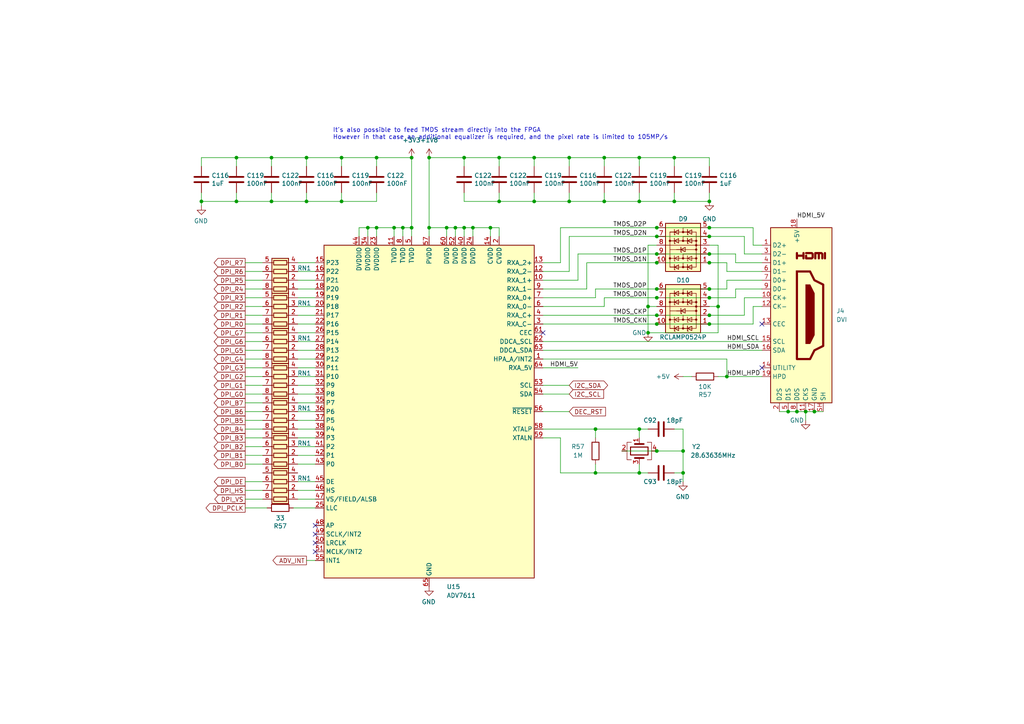
<source format=kicad_sch>
(kicad_sch (version 20230121) (generator eeschema)
  (paper "A4")
  (lib_symbols
    (symbol "Connector:HDMI_A"
      (property "Reference" "J" (at -6.35 26.67 0))
      (property "Value" "HDMI_A" (at 10.16 26.67 0))
      (symbol "HDMI_A_0_0"
        (polyline (pts (xy 8.128 16.51) (xy 8.128 18.034)) (stroke (width 0.635)))
        (polyline (pts (xy 0 16.51) (xy 0 18.034) (xy 0 17.272) (xy 1.905 17.272) (xy 1.905 18.034) (xy 1.905 16.51)) (stroke (width 0.635)))
        (polyline (pts (xy 2.667 18.034) (xy 4.318 18.034) (xy 4.572 17.78) (xy 4.572 16.764) (xy 4.318 16.51) (xy 2.667 16.51) (xy 2.667 17.272)) (stroke (width 0.635)))
      )
      (symbol "HDMI_A_0_1"
        (rectangle (start -7.62 25.4) (end 10.16 -25.4) (stroke (width 0.254)) (fill (type background)))
        (polyline (pts (xy 2.54 8.89) (xy 3.81 8.89) (xy 5.08 6.35) (xy 5.08 -5.715) (xy 3.81 -8.255) (xy 2.54 -8.255) (xy 2.54 8.89)) (fill (type outline)))
        (polyline (pts (xy 5.334 16.51) (xy 5.334 18.034) (xy 6.35 18.034) (xy 6.35 16.51) (xy 6.35 18.034) (xy 7.112 18.034) (xy 7.366 17.78) (xy 7.366 16.51)) (stroke (width 0.635)))
        (polyline (pts (xy 0 12.7) (xy 0 -12.7) (xy 3.81 -12.7) (xy 5.08 -10.16) (xy 7.62 -8.89) (xy 7.62 8.89) (xy 5.08 10.16) (xy 3.81 12.7) (xy 0 12.7)) (stroke (width 0.635)))
      )
      (symbol "HDMI_A_1_1"
        (pin passive line (at -10.16 20.32 0) (length 2.54) (name "D2+") (number "1"))
        (pin passive line (at -10.16 5.08 0) (length 2.54) (name "CK+") (number "10"))
        (pin power_in line (at 2.54 -27.94 90) (length 2.54) (name "CKS") (number "11"))
        (pin passive line (at -10.16 2.54 0) (length 2.54) (name "CK-") (number "12"))
        (pin bidirectional line (at -10.16 -2.54 0) (length 2.54) (name "CEC") (number "13"))
        (pin passive line (at -10.16 -15.24 0) (length 2.54) (name "UTILITY") (number "14"))
        (pin passive line (at -10.16 -7.62 0) (length 2.54) (name "SCL") (number "15"))
        (pin bidirectional line (at -10.16 -10.16 0) (length 2.54) (name "SDA") (number "16"))
        (pin power_in line (at 5.08 -27.94 90) (length 2.54) (name "GND") (number "17"))
        (pin power_in line (at 0 27.94 270) (length 2.54) (name "+5V") (number "18"))
        (pin passive line (at -10.16 -17.78 0) (length 2.54) (name "HPD") (number "19"))
        (pin power_in line (at -5.08 -27.94 90) (length 2.54) (name "D2S") (number "2"))
        (pin passive line (at -10.16 17.78 0) (length 2.54) (name "D2-") (number "3"))
        (pin passive line (at -10.16 15.24 0) (length 2.54) (name "D1+") (number "4"))
        (pin power_in line (at -2.54 -27.94 90) (length 2.54) (name "D1S") (number "5"))
        (pin passive line (at -10.16 12.7 0) (length 2.54) (name "D1-") (number "6"))
        (pin passive line (at -10.16 10.16 0) (length 2.54) (name "D0+") (number "7"))
        (pin power_in line (at 0 -27.94 90) (length 2.54) (name "D0S") (number "8"))
        (pin passive line (at -10.16 7.62 0) (length 2.54) (name "D0-") (number "9"))
        (pin passive line (at 7.62 -27.94 90) (length 2.54) (name "SH") (number "SH"))
      )
    )
    (symbol "Device:C" (pin_numbers hide) (pin_names (offset 0.254))
      (property "Reference" "C" (at 0.635 2.54 0))
      (property "Value" "C" (at 0.635 -2.54 0))
      (symbol "C_0_1"
        (polyline (pts (xy -2.032 -0.762) (xy 2.032 -0.762)) (stroke (width 0.508)))
        (polyline (pts (xy -2.032 0.762) (xy 2.032 0.762)) (stroke (width 0.508)))
      )
      (symbol "C_1_1"
        (pin passive line (at 0 3.81 270) (length 2.794) (name "~") (number "1"))
        (pin passive line (at 0 -3.81 90) (length 2.794) (name "~") (number "2"))
      )
    )
    (symbol "Device:Crystal_GND24" (pin_names (offset 1.016) hide)
      (property "Reference" "Y" (at 3.175 5.08 0))
      (property "Value" "Crystal_GND24" (at 3.175 3.175 0))
      (symbol "Crystal_GND24_0_1"
        (rectangle (start -1.143 2.54) (end 1.143 -2.54) (stroke (width 0.3048)))
        (polyline (pts (xy -2.54 0) (xy -2.032 0)))
        (polyline (pts (xy -2.032 -1.27) (xy -2.032 1.27)) (stroke (width 0.508)))
        (polyline (pts (xy 0 -3.81) (xy 0 -3.556)))
        (polyline (pts (xy 0 3.556) (xy 0 3.81)))
        (polyline (pts (xy 2.032 -1.27) (xy 2.032 1.27)) (stroke (width 0.508)))
        (polyline (pts (xy 2.032 0) (xy 2.54 0)))
        (polyline (pts (xy -2.54 -2.286) (xy -2.54 -3.556) (xy 2.54 -3.556) (xy 2.54 -2.286)))
        (polyline (pts (xy -2.54 2.286) (xy -2.54 3.556) (xy 2.54 3.556) (xy 2.54 2.286)))
      )
      (symbol "Crystal_GND24_1_1"
        (pin passive line (at -3.81 0 0) (length 1.27) (name "1") (number "1"))
        (pin passive line (at 0 5.08 270) (length 1.27) (name "2") (number "2"))
        (pin passive line (at 3.81 0 180) (length 1.27) (name "3") (number "3"))
        (pin passive line (at 0 -5.08 90) (length 1.27) (name "4") (number "4"))
      )
    )
    (symbol "Device:R" (pin_numbers hide) (pin_names (offset 0))
      (property "Reference" "R" (at 2.032 0 90))
      (property "Value" "R" (at 0 0 90))
      (symbol "R_0_1"
        (rectangle (start -1.016 -2.54) (end 1.016 2.54) (stroke (width 0.254)))
      )
      (symbol "R_1_1"
        (pin passive line (at 0 3.81 270) (length 1.27) (name "~") (number "1"))
        (pin passive line (at 0 -3.81 90) (length 1.27) (name "~") (number "2"))
      )
    )
    (symbol "Device:R_Pack04" (pin_names (offset 0) hide)
      (property "Reference" "RN" (at -7.62 0 90))
      (property "Value" "R_Pack04" (at 5.08 0 90))
      (symbol "R_Pack04_0_1"
        (rectangle (start -6.35 -2.413) (end 3.81 2.413) (stroke (width 0.254)) (fill (type background)))
        (rectangle (start -5.715 1.905) (end -4.445 -1.905) (stroke (width 0.254)))
        (rectangle (start -3.175 1.905) (end -1.905 -1.905) (stroke (width 0.254)))
        (rectangle (start -0.635 1.905) (end 0.635 -1.905) (stroke (width 0.254)))
        (polyline (pts (xy -5.08 -2.54) (xy -5.08 -1.905)))
        (polyline (pts (xy -5.08 1.905) (xy -5.08 2.54)))
        (polyline (pts (xy -2.54 -2.54) (xy -2.54 -1.905)))
        (polyline (pts (xy -2.54 1.905) (xy -2.54 2.54)))
        (polyline (pts (xy 0 -2.54) (xy 0 -1.905)))
        (polyline (pts (xy 0 1.905) (xy 0 2.54)))
        (polyline (pts (xy 2.54 -2.54) (xy 2.54 -1.905)))
        (polyline (pts (xy 2.54 1.905) (xy 2.54 2.54)))
        (rectangle (start 1.905 1.905) (end 3.175 -1.905) (stroke (width 0.254)))
      )
      (symbol "R_Pack04_1_1"
        (pin passive line (at -5.08 -5.08 90) (length 2.54) (name "R1.1") (number "1"))
        (pin passive line (at -2.54 -5.08 90) (length 2.54) (name "R2.1") (number "2"))
        (pin passive line (at 0 -5.08 90) (length 2.54) (name "R3.1") (number "3"))
        (pin passive line (at 2.54 -5.08 90) (length 2.54) (name "R4.1") (number "4"))
        (pin passive line (at 2.54 5.08 270) (length 2.54) (name "R4.2") (number "5"))
        (pin passive line (at 0 5.08 270) (length 2.54) (name "R3.2") (number "6"))
        (pin passive line (at -2.54 5.08 270) (length 2.54) (name "R2.2") (number "7"))
        (pin passive line (at -5.08 5.08 270) (length 2.54) (name "R1.2") (number "8"))
      )
    )
    (symbol "Interface_HDMI:ADV7611"
      (property "Reference" "U" (at -30.48 49.53 0))
      (property "Value" "ADV7611" (at 30.48 49.53 0))
      (symbol "ADV7611_0_1"
        (rectangle (start -30.48 48.26) (end 30.48 -48.26) (stroke (width 0.254)) (fill (type background)))
      )
      (symbol "ADV7611_1_1"
        (pin bidirectional line (at -33.02 15.24 0) (length 2.54) (name "HPA_A/INT2") (number "1"))
        (pin input line (at -33.02 38.1 0) (length 2.54) (name "RXA_1+") (number "10"))
        (pin power_in line (at 10.16 50.8 270) (length 2.54) (name "TVDD") (number "11"))
        (pin input line (at -33.02 40.64 0) (length 2.54) (name "RXA_2-") (number "12"))
        (pin input line (at -33.02 43.18 0) (length 2.54) (name "RXA_2+") (number "13"))
        (pin power_in line (at -17.78 50.8 270) (length 2.54) (name "CVDD") (number "14"))
        (pin output line (at 33.02 43.18 180) (length 2.54) (name "P23") (number "15"))
        (pin output line (at 33.02 40.64 180) (length 2.54) (name "P22") (number "16"))
        (pin output line (at 33.02 38.1 180) (length 2.54) (name "P21") (number "17"))
        (pin output line (at 33.02 35.56 180) (length 2.54) (name "P20") (number "18"))
        (pin output line (at 33.02 33.02 180) (length 2.54) (name "P19") (number "19"))
        (pin power_in line (at -20.32 50.8 270) (length 2.54) (name "CVDD") (number "2"))
        (pin output line (at 33.02 30.48 180) (length 2.54) (name "P18") (number "20"))
        (pin output line (at 33.02 27.94 180) (length 2.54) (name "P17") (number "21"))
        (pin output line (at 33.02 25.4 180) (length 2.54) (name "P16") (number "22"))
        (pin power_in line (at 15.24 50.8 270) (length 2.54) (name "DVDDIO") (number "23"))
        (pin power_in line (at -12.7 50.8 270) (length 2.54) (name "DVDD") (number "24"))
        (pin output line (at 33.02 -27.94 180) (length 2.54) (name "LLC") (number "25"))
        (pin output line (at 33.02 22.86 180) (length 2.54) (name "P15") (number "26"))
        (pin output line (at 33.02 20.32 180) (length 2.54) (name "P14") (number "27"))
        (pin output line (at 33.02 17.78 180) (length 2.54) (name "P13") (number "28"))
        (pin output line (at 33.02 15.24 180) (length 2.54) (name "P12") (number "29"))
        (pin input line (at -33.02 25.4 0) (length 2.54) (name "RXA_C-") (number "3"))
        (pin output line (at 33.02 12.7 180) (length 2.54) (name "P11") (number "30"))
        (pin output line (at 33.02 10.16 180) (length 2.54) (name "P10") (number "31"))
        (pin output line (at 33.02 7.62 180) (length 2.54) (name "P9") (number "32"))
        (pin output line (at 33.02 5.08 180) (length 2.54) (name "P8") (number "33"))
        (pin power_in line (at 17.78 50.8 270) (length 2.54) (name "DVDDIO") (number "34"))
        (pin output line (at 33.02 2.54 180) (length 2.54) (name "P7") (number "35"))
        (pin output line (at 33.02 0 180) (length 2.54) (name "P6") (number "36"))
        (pin output line (at 33.02 -2.54 180) (length 2.54) (name "P5") (number "37"))
        (pin output line (at 33.02 -5.08 180) (length 2.54) (name "P4") (number "38"))
        (pin output line (at 33.02 -7.62 180) (length 2.54) (name "P3") (number "39"))
        (pin input line (at -33.02 27.94 0) (length 2.54) (name "RXA_C+") (number "4"))
        (pin power_in line (at -10.16 50.8 270) (length 2.54) (name "DVDD") (number "40"))
        (pin output line (at 33.02 -10.16 180) (length 2.54) (name "P2") (number "41"))
        (pin output line (at 33.02 -12.7 180) (length 2.54) (name "P1") (number "42"))
        (pin output line (at 33.02 -15.24 180) (length 2.54) (name "P0") (number "43"))
        (pin power_in line (at 20.32 50.8 270) (length 2.54) (name "DVDDIO") (number "44"))
        (pin output line (at 33.02 -20.32 180) (length 2.54) (name "DE") (number "45"))
        (pin output line (at 33.02 -22.86 180) (length 2.54) (name "HS") (number "46"))
        (pin bidirectional line (at 33.02 -25.4 180) (length 2.54) (name "VS/FIELD/ALSB") (number "47"))
        (pin output line (at 33.02 -33.02 180) (length 2.54) (name "AP") (number "48"))
        (pin output line (at 33.02 -35.56 180) (length 2.54) (name "SCLK/INT2") (number "49"))
        (pin power_in line (at 5.08 50.8 270) (length 2.54) (name "TVDD") (number "5"))
        (pin output line (at 33.02 -38.1 180) (length 2.54) (name "LRCLK") (number "50"))
        (pin output line (at 33.02 -40.64 180) (length 2.54) (name "MCLK/INT2") (number "51"))
        (pin power_in line (at -7.62 50.8 270) (length 2.54) (name "DVDD") (number "52"))
        (pin input line (at -33.02 7.62 0) (length 2.54) (name "SCL") (number "53"))
        (pin bidirectional line (at -33.02 5.08 0) (length 2.54) (name "SDA") (number "54"))
        (pin output line (at 33.02 -43.18 180) (length 2.54) (name "INT1") (number "55"))
        (pin input line (at -33.02 0 0) (length 2.54) (name "~{RESET}") (number "56"))
        (pin power_in line (at 0 50.8 270) (length 2.54) (name "PVDD") (number "57"))
        (pin input line (at -33.02 -5.08 0) (length 2.54) (name "XTALP") (number "58"))
        (pin input line (at -33.02 -7.62 0) (length 2.54) (name "XTALN") (number "59"))
        (pin input line (at -33.02 30.48 0) (length 2.54) (name "RXA_0-") (number "6"))
        (pin power_in line (at -5.08 50.8 270) (length 2.54) (name "DVDD") (number "60"))
        (pin bidirectional line (at -33.02 22.86 0) (length 2.54) (name "CEC") (number "61"))
        (pin input line (at -33.02 20.32 0) (length 2.54) (name "DDCA_SCL") (number "62"))
        (pin bidirectional line (at -33.02 17.78 0) (length 2.54) (name "DDCA_SDA") (number "63"))
        (pin input line (at -33.02 12.7 0) (length 2.54) (name "RXA_5V") (number "64"))
        (pin power_in line (at 0 -50.8 90) (length 2.54) (name "GND") (number "65"))
        (pin input line (at -33.02 33.02 0) (length 2.54) (name "RXA_0+") (number "7"))
        (pin power_in line (at 7.62 50.8 270) (length 2.54) (name "TVDD") (number "8"))
        (pin input line (at -33.02 35.56 0) (length 2.54) (name "RXA_1-") (number "9"))
      )
    )
    (symbol "power:+1V8" (power) (pin_names (offset 0))
      (property "Value" "+1V8" (at 0 3.556 0))
      (symbol "+1V8_0_1"
        (polyline (pts (xy -0.762 1.27) (xy 0 2.54)))
        (polyline (pts (xy 0 0) (xy 0 2.54)))
        (polyline (pts (xy 0 2.54) (xy 0.762 1.27)))
      )
      (symbol "+1V8_1_1"
        (pin power_in line (at 0 0 90) (length 0) hide (name "+1V8") (number "1"))
      )
    )
    (symbol "power:+3V3" (power) (pin_names (offset 0))
      (property "Value" "+3V3" (at 0 3.556 0))
      (symbol "+3V3_0_1"
        (polyline (pts (xy -0.762 1.27) (xy 0 2.54)))
        (polyline (pts (xy 0 0) (xy 0 2.54)))
        (polyline (pts (xy 0 2.54) (xy 0.762 1.27)))
      )
      (symbol "+3V3_1_1"
        (pin power_in line (at 0 0 90) (length 0) hide (name "+3V3") (number "1"))
      )
    )
    (symbol "power:+5V" (power) (pin_names (offset 0))
      (property "Value" "+5V" (at 0 3.556 0))
      (symbol "+5V_0_1"
        (polyline (pts (xy -0.762 1.27) (xy 0 2.54)))
        (polyline (pts (xy 0 0) (xy 0 2.54)))
        (polyline (pts (xy 0 2.54) (xy 0.762 1.27)))
      )
      (symbol "+5V_1_1"
        (pin power_in line (at 0 0 90) (length 0) hide (name "+5V") (number "1"))
      )
    )
    (symbol "power:GND" (power) (pin_names (offset 0))
      (property "Value" "GND" (at 0 -3.81 0))
      (symbol "GND_0_1"
        (polyline (pts (xy 0 0) (xy 0 -1.27) (xy 1.27 -1.27) (xy 0 -2.54) (xy -1.27 -1.27) (xy 0 -1.27)))
      )
      (symbol "GND_1_1"
        (pin power_in line (at 0 0 270) (length 0) hide (name "GND") (number "1"))
      )
    )
    (symbol "symbols:RCLAMP0524P" (pin_names hide)
      (property "Reference" "D" (at 7.62 1.27 0))
      (property "Value" "RCLAMP0524P" (at 7.62 -0.635 0))
      (symbol "RCLAMP0524P_0_0"
        (pin passive line (at 0 -7.62 90) (length 2.54) (name "GND") (number "3"))
      )
      (symbol "RCLAMP0524P_0_1"
        (rectangle (start -7.62 5.08) (end 6.35 -5.08) (stroke (width 0.254)) (fill (type background)))
        (circle (center -6.35 0) (radius 0.254) (fill (type outline)))
        (circle (center -3.81 -3.81) (radius 0.254) (fill (type outline)))
        (circle (center -3.81 0) (radius 0.254) (fill (type outline)))
        (circle (center -3.81 3.81) (radius 0.254) (fill (type outline)))
        (circle (center -1.27 -3.81) (radius 0.254) (fill (type outline)))
        (circle (center 0 -3.81) (radius 0.254) (fill (type outline)))
        (polyline (pts (xy -6.35 0) (xy -6.35 -1.27)))
        (polyline (pts (xy -6.35 2.54) (xy -6.35 -1.27)))
        (polyline (pts (xy -6.35 3.81) (xy -6.35 2.54)))
        (polyline (pts (xy -6.35 3.81) (xy -6.35 2.54)))
        (polyline (pts (xy -3.81 -3.81) (xy -3.81 2.54)))
        (polyline (pts (xy -3.81 3.81) (xy -3.81 2.54)))
        (polyline (pts (xy -3.175 -1.27) (xy -3.048 -1.27)))
        (polyline (pts (xy -3.175 2.54) (xy -3.048 2.54)))
        (polyline (pts (xy -1.27 0.635) (xy -1.27 -3.81)))
        (polyline (pts (xy -1.27 1.905) (xy -1.27 0.635)))
        (polyline (pts (xy -1.27 3.81) (xy -1.27 0.635)))
        (polyline (pts (xy 0 -5.08) (xy 0 -3.81)))
        (polyline (pts (xy 0 5.08) (xy 0 -3.81)))
        (polyline (pts (xy 1.27 -3.81) (xy -1.27 -3.81)))
        (polyline (pts (xy 1.27 0) (xy 1.27 -1.27)))
        (polyline (pts (xy 1.27 2.54) (xy 1.27 -1.27)))
        (polyline (pts (xy 1.27 3.81) (xy 1.27 2.54)))
        (polyline (pts (xy 1.27 3.81) (xy 1.27 2.54)))
        (polyline (pts (xy 3.81 0) (xy 3.81 -1.27)))
        (polyline (pts (xy 3.81 2.54) (xy 3.81 -1.27)))
        (polyline (pts (xy 3.81 3.81) (xy -6.35 3.81)))
        (polyline (pts (xy 3.81 3.81) (xy 3.81 2.54)))
        (polyline (pts (xy 3.81 3.81) (xy 3.81 2.54)))
        (polyline (pts (xy -6.35 -1.27) (xy -6.35 -3.81) (xy -1.27 -3.81)))
        (polyline (pts (xy -5.08 -5.08) (xy -5.08 0) (xy -6.35 0)))
        (polyline (pts (xy -3.175 -1.27) (xy -4.572 -1.27) (xy -4.572 -1.524)))
        (polyline (pts (xy -3.175 2.54) (xy -4.572 2.54) (xy -4.572 2.286)))
        (polyline (pts (xy -2.54 -5.08) (xy -2.54 0) (xy -3.81 0)))
        (polyline (pts (xy 1.27 -1.27) (xy 1.27 -3.81) (xy 3.81 -3.81)))
        (polyline (pts (xy 2.54 -5.08) (xy 2.54 0) (xy 1.27 0)))
        (polyline (pts (xy 3.81 -1.27) (xy 3.81 -3.81) (xy 3.81 -3.81)))
        (polyline (pts (xy 5.08 -5.08) (xy 5.08 0) (xy 3.81 0)))
        (polyline (pts (xy -7.112 -1.524) (xy -7.112 -1.27) (xy -5.715 -1.27) (xy -5.588 -1.27)))
        (polyline (pts (xy -7.112 -1.524) (xy -7.112 -1.27) (xy -5.715 -1.27) (xy -5.588 -1.27)))
        (polyline (pts (xy -7.112 2.286) (xy -7.112 2.54) (xy -5.715 2.54) (xy -5.588 2.54)))
        (polyline (pts (xy -7.112 2.286) (xy -7.112 2.54) (xy -5.715 2.54) (xy -5.588 2.54)))
        (polyline (pts (xy -6.35 -1.27) (xy -5.715 -2.54) (xy -6.985 -2.54) (xy -6.35 -1.27)))
        (polyline (pts (xy -6.35 -1.27) (xy -5.715 -2.54) (xy -6.985 -2.54) (xy -6.35 -1.27)))
        (polyline (pts (xy -6.35 2.54) (xy -5.715 1.27) (xy -6.985 1.27) (xy -6.35 2.54)))
        (polyline (pts (xy -6.35 2.54) (xy -5.715 1.27) (xy -6.985 1.27) (xy -6.35 2.54)))
        (polyline (pts (xy -3.175 -2.54) (xy -4.445 -2.54) (xy -3.81 -1.27) (xy -3.175 -2.54)))
        (polyline (pts (xy -3.175 1.27) (xy -4.445 1.27) (xy -3.81 2.54) (xy -3.175 1.27)))
        (polyline (pts (xy -2.032 0.381) (xy -2.032 0.635) (xy -0.635 0.635) (xy -0.508 0.635)))
        (polyline (pts (xy -2.032 0.381) (xy -2.032 0.635) (xy -0.635 0.635) (xy -0.508 0.635)))
        (polyline (pts (xy -1.27 0.635) (xy -0.635 -0.635) (xy -1.905 -0.635) (xy -1.27 0.635)))
        (polyline (pts (xy -1.27 0.635) (xy -0.635 -0.635) (xy -1.905 -0.635) (xy -1.27 0.635)))
        (polyline (pts (xy 0.508 -1.524) (xy 0.508 -1.27) (xy 1.905 -1.27) (xy 2.032 -1.27)))
        (polyline (pts (xy 0.508 -1.524) (xy 0.508 -1.27) (xy 1.905 -1.27) (xy 2.032 -1.27)))
        (polyline (pts (xy 0.508 2.286) (xy 0.508 2.54) (xy 1.905 2.54) (xy 2.032 2.54)))
        (polyline (pts (xy 0.508 2.286) (xy 0.508 2.54) (xy 1.905 2.54) (xy 2.032 2.54)))
        (polyline (pts (xy 1.27 -1.27) (xy 1.905 -2.54) (xy 0.635 -2.54) (xy 1.27 -1.27)))
        (polyline (pts (xy 1.27 -1.27) (xy 1.905 -2.54) (xy 0.635 -2.54) (xy 1.27 -1.27)))
        (polyline (pts (xy 1.27 2.54) (xy 1.905 1.27) (xy 0.635 1.27) (xy 1.27 2.54)))
        (polyline (pts (xy 1.27 2.54) (xy 1.905 1.27) (xy 0.635 1.27) (xy 1.27 2.54)))
        (polyline (pts (xy 3.048 -1.524) (xy 3.048 -1.27) (xy 4.445 -1.27) (xy 4.572 -1.27)))
        (polyline (pts (xy 3.048 -1.524) (xy 3.048 -1.27) (xy 4.445 -1.27) (xy 4.572 -1.27)))
        (polyline (pts (xy 3.048 2.286) (xy 3.048 2.54) (xy 4.445 2.54) (xy 4.572 2.54)))
        (polyline (pts (xy 3.048 2.286) (xy 3.048 2.54) (xy 4.445 2.54) (xy 4.572 2.54)))
        (polyline (pts (xy 3.81 -1.27) (xy 4.445 -2.54) (xy 3.175 -2.54) (xy 3.81 -1.27)))
        (polyline (pts (xy 3.81 -1.27) (xy 4.445 -2.54) (xy 3.175 -2.54) (xy 3.81 -1.27)))
        (polyline (pts (xy 3.81 2.54) (xy 4.445 1.27) (xy 3.175 1.27) (xy 3.81 2.54)))
        (polyline (pts (xy 3.81 2.54) (xy 4.445 1.27) (xy 3.175 1.27) (xy 3.81 2.54)))
        (circle (center 1.27 -3.81) (radius 0.254) (fill (type outline)))
        (circle (center 1.27 0) (radius 0.254) (fill (type outline)))
        (circle (center 1.27 3.81) (radius 0.254) (fill (type outline)))
        (circle (center 3.81 0) (radius 0.254) (fill (type outline)))
      )
      (symbol "RCLAMP0524P_1_1"
        (pin passive line (at -5.08 -7.62 90) (length 2.54) (name "IO1") (number "1"))
        (pin passive line (at -5.08 7.62 270) (length 2.54) (name "NC4") (number "10"))
        (pin passive line (at -2.54 -7.62 90) (length 2.54) (name "IO2") (number "2"))
        (pin passive line (at 2.54 -7.62 90) (length 2.54) (name "IO3") (number "4"))
        (pin passive line (at 5.08 -7.62 90) (length 2.54) (name "IO4") (number "5"))
        (pin passive line (at 5.08 7.62 270) (length 2.54) (name "NC1") (number "6"))
        (pin passive line (at 2.54 7.62 270) (length 2.54) (name "NC2") (number "7"))
        (pin passive line (at 0 7.62 270) (length 2.54) (name "GND") (number "8"))
        (pin passive line (at -2.54 7.62 270) (length 2.54) (name "NC3") (number "9"))
      )
    )
  )
  (junction (at 210.82 109.22))
  (junction (at 190.5 73.66))
  (junction (at 205.74 73.66))
  (junction (at 119.38 66.04))
  (junction (at 175.26 45.72))
  (junction (at 195.58 58.42))
  (junction (at 172.72 137.16))
  (junction (at 129.54 66.04))
  (junction (at 205.74 91.44))
  (junction (at 190.5 93.98))
  (junction (at 175.26 58.42))
  (junction (at 172.72 124.46))
  (junction (at 165.1 58.42))
  (junction (at 106.68 66.04))
  (junction (at 236.22 119.38))
  (junction (at 205.74 58.42))
  (junction (at 144.78 58.42))
  (junction (at 132.08 66.04))
  (junction (at 198.12 137.16) (diameter 0.9144))
  (junction (at 187.96 96.52))
  (junction (at 190.5 66.04))
  (junction (at 185.42 137.16) (diameter 0.9144))
  (junction (at 190.5 76.2))
  (junction (at 109.22 66.04))
  (junction (at 124.46 45.72))
  (junction (at 208.28 88.9))
  (junction (at 190.5 86.36))
  (junction (at 116.84 66.04))
  (junction (at 190.5 91.44))
  (junction (at 134.62 45.72))
  (junction (at 185.42 124.46) (diameter 0.9144))
  (junction (at 142.24 66.04))
  (junction (at 114.3 66.04))
  (junction (at 99.06 45.72))
  (junction (at 68.58 58.42))
  (junction (at 190.5 68.58))
  (junction (at 187.96 88.9))
  (junction (at 185.42 45.72))
  (junction (at 134.62 66.04))
  (junction (at 88.9 45.72))
  (junction (at 109.22 45.72))
  (junction (at 228.6 119.38))
  (junction (at 88.9 58.42))
  (junction (at 231.14 119.38))
  (junction (at 144.78 45.72))
  (junction (at 78.74 58.42))
  (junction (at 205.74 76.2))
  (junction (at 205.74 83.82))
  (junction (at 165.1 45.72))
  (junction (at 137.16 66.04))
  (junction (at 68.58 45.72))
  (junction (at 195.58 45.72))
  (junction (at 154.94 45.72))
  (junction (at 185.42 58.42))
  (junction (at 58.42 58.42) (diameter 0.9144))
  (junction (at 190.5 83.82))
  (junction (at 205.74 93.98))
  (junction (at 190.5 130.81) (diameter 0.9144))
  (junction (at 205.74 66.04))
  (junction (at 233.68 119.38))
  (junction (at 205.74 68.58))
  (junction (at 78.74 45.72))
  (junction (at 119.38 45.72))
  (junction (at 205.74 86.36))
  (junction (at 124.46 66.04))
  (junction (at 99.06 58.42))
  (junction (at 198.12 130.81) (diameter 0.9144))
  (junction (at 154.94 58.42))
  (no_connect (at 91.44 160.02))
  (no_connect (at 91.44 152.4))
  (no_connect (at 220.98 106.68))
  (no_connect (at 157.48 96.52))
  (no_connect (at 91.44 157.48))
  (no_connect (at 220.98 93.98))
  (no_connect (at 91.44 154.94))
  (wire (pts (xy 198.12 130.81) (xy 190.5 130.81)))
  (wire (pts (xy 86.36 99.06) (xy 91.44 99.06)))
  (wire (pts (xy 132.08 66.04) (xy 129.54 66.04)))
  (wire (pts (xy 114.3 66.04) (xy 116.84 66.04)))
  (wire (pts (xy 220.98 71.12) (xy 218.44 71.12)))
  (wire (pts (xy 190.5 93.98) (xy 205.74 93.98)))
  (wire (pts (xy 71.12 119.38) (xy 76.2 119.38)))
  (wire (pts (xy 71.12 134.62) (xy 76.2 134.62)))
  (wire (pts (xy 205.74 83.82) (xy 210.82 83.82)))
  (wire (pts (xy 86.36 106.68) (xy 91.44 106.68)))
  (wire (pts (xy 175.26 45.72) (xy 185.42 45.72)))
  (wire (pts (xy 172.72 137.16) (xy 185.42 137.16)))
  (wire (pts (xy 185.42 127) (xy 185.42 124.46)))
  (wire (pts (xy 210.82 104.14) (xy 210.82 109.22)))
  (wire (pts (xy 71.12 129.54) (xy 76.2 129.54)))
  (wire (pts (xy 71.12 96.52) (xy 76.2 96.52)))
  (wire (pts (xy 231.14 119.38) (xy 233.68 119.38)))
  (wire (pts (xy 144.78 55.88) (xy 144.78 58.42)))
  (wire (pts (xy 58.42 58.42) (xy 68.58 58.42)))
  (wire (pts (xy 195.58 58.42) (xy 205.74 58.42)))
  (wire (pts (xy 71.12 81.28) (xy 76.2 81.28)))
  (wire (pts (xy 208.28 71.12) (xy 208.28 88.9)))
  (wire (pts (xy 129.54 66.04) (xy 124.46 66.04)))
  (wire (pts (xy 58.42 45.72) (xy 58.42 48.26)))
  (wire (pts (xy 71.12 93.98) (xy 76.2 93.98)))
  (wire (pts (xy 165.1 45.72) (xy 175.26 45.72)))
  (wire (pts (xy 210.82 109.22) (xy 220.98 109.22)))
  (wire (pts (xy 175.26 55.88) (xy 175.26 58.42)))
  (wire (pts (xy 109.22 45.72) (xy 119.38 45.72)))
  (wire (pts (xy 106.68 66.04) (xy 106.68 68.58)))
  (wire (pts (xy 157.48 76.2) (xy 162.56 76.2)))
  (wire (pts (xy 78.74 58.42) (xy 88.9 58.42)))
  (wire (pts (xy 187.96 124.46) (xy 185.42 124.46)))
  (wire (pts (xy 175.26 58.42) (xy 185.42 58.42)))
  (wire (pts (xy 86.36 88.9) (xy 91.44 88.9)))
  (wire (pts (xy 180.34 130.81) (xy 190.5 130.81)))
  (wire (pts (xy 134.62 66.04) (xy 132.08 66.04)))
  (wire (pts (xy 172.72 134.62) (xy 172.72 137.16)))
  (wire (pts (xy 220.98 83.82) (xy 213.36 83.82)))
  (wire (pts (xy 165.1 68.58) (xy 190.5 68.58)))
  (wire (pts (xy 86.36 93.98) (xy 91.44 93.98)))
  (wire (pts (xy 190.5 91.44) (xy 205.74 91.44)))
  (wire (pts (xy 172.72 124.46) (xy 157.48 124.46)))
  (wire (pts (xy 71.12 147.32) (xy 77.47 147.32)))
  (wire (pts (xy 205.74 71.12) (xy 208.28 71.12)))
  (wire (pts (xy 185.42 45.72) (xy 185.42 48.26)))
  (wire (pts (xy 190.5 83.82) (xy 205.74 83.82)))
  (wire (pts (xy 71.12 121.92) (xy 76.2 121.92)))
  (wire (pts (xy 99.06 48.26) (xy 99.06 45.72)))
  (wire (pts (xy 175.26 88.9) (xy 175.26 86.36)))
  (wire (pts (xy 68.58 45.72) (xy 78.74 45.72)))
  (wire (pts (xy 210.82 78.74) (xy 210.82 76.2)))
  (wire (pts (xy 233.68 119.38) (xy 236.22 119.38)))
  (wire (pts (xy 71.12 132.08) (xy 76.2 132.08)))
  (wire (pts (xy 187.96 96.52) (xy 208.28 96.52)))
  (wire (pts (xy 71.12 76.2) (xy 76.2 76.2)))
  (wire (pts (xy 195.58 124.46) (xy 198.12 124.46)))
  (wire (pts (xy 58.42 45.72) (xy 68.58 45.72)))
  (wire (pts (xy 226.06 119.38) (xy 228.6 119.38)))
  (wire (pts (xy 124.46 45.72) (xy 124.46 66.04)))
  (wire (pts (xy 99.06 45.72) (xy 109.22 45.72)))
  (wire (pts (xy 187.96 88.9) (xy 187.96 96.52)))
  (wire (pts (xy 190.5 71.12) (xy 187.96 71.12)))
  (wire (pts (xy 86.36 91.44) (xy 91.44 91.44)))
  (wire (pts (xy 185.42 45.72) (xy 195.58 45.72)))
  (wire (pts (xy 86.36 134.62) (xy 91.44 134.62)))
  (wire (pts (xy 157.48 93.98) (xy 190.5 93.98)))
  (wire (pts (xy 71.12 139.7) (xy 76.2 139.7)))
  (wire (pts (xy 116.84 66.04) (xy 116.84 68.58)))
  (wire (pts (xy 198.12 124.46) (xy 198.12 130.81)))
  (wire (pts (xy 187.96 88.9) (xy 190.5 88.9)))
  (wire (pts (xy 154.94 45.72) (xy 165.1 45.72)))
  (wire (pts (xy 71.12 83.82) (xy 76.2 83.82)))
  (wire (pts (xy 71.12 111.76) (xy 76.2 111.76)))
  (wire (pts (xy 71.12 142.24) (xy 76.2 142.24)))
  (wire (pts (xy 109.22 66.04) (xy 114.3 66.04)))
  (wire (pts (xy 71.12 104.14) (xy 76.2 104.14)))
  (wire (pts (xy 142.24 66.04) (xy 142.24 68.58)))
  (wire (pts (xy 134.62 45.72) (xy 134.62 48.26)))
  (wire (pts (xy 88.9 45.72) (xy 88.9 48.26)))
  (wire (pts (xy 190.5 86.36) (xy 205.74 86.36)))
  (wire (pts (xy 190.5 68.58) (xy 205.74 68.58)))
  (wire (pts (xy 68.58 58.42) (xy 78.74 58.42)))
  (wire (pts (xy 175.26 86.36) (xy 190.5 86.36)))
  (wire (pts (xy 208.28 96.52) (xy 208.28 88.9)))
  (wire (pts (xy 132.08 66.04) (xy 132.08 68.58)))
  (wire (pts (xy 165.1 111.76) (xy 157.48 111.76)))
  (wire (pts (xy 172.72 124.46) (xy 172.72 127)))
  (wire (pts (xy 137.16 66.04) (xy 137.16 68.58)))
  (wire (pts (xy 71.12 109.22) (xy 76.2 109.22)))
  (wire (pts (xy 109.22 66.04) (xy 109.22 68.58)))
  (wire (pts (xy 88.9 162.56) (xy 91.44 162.56)))
  (wire (pts (xy 142.24 66.04) (xy 137.16 66.04)))
  (wire (pts (xy 86.36 139.7) (xy 91.44 139.7)))
  (wire (pts (xy 170.18 83.82) (xy 170.18 76.2)))
  (wire (pts (xy 205.74 68.58) (xy 215.9 68.58)))
  (wire (pts (xy 124.46 66.04) (xy 124.46 68.58)))
  (wire (pts (xy 86.36 76.2) (xy 91.44 76.2)))
  (wire (pts (xy 195.58 55.88) (xy 195.58 58.42)))
  (wire (pts (xy 86.36 127) (xy 91.44 127)))
  (wire (pts (xy 154.94 58.42) (xy 165.1 58.42)))
  (wire (pts (xy 165.1 55.88) (xy 165.1 58.42)))
  (wire (pts (xy 213.36 76.2) (xy 213.36 73.66)))
  (wire (pts (xy 218.44 93.98) (xy 205.74 93.98)))
  (wire (pts (xy 157.48 81.28) (xy 167.64 81.28)))
  (wire (pts (xy 116.84 66.04) (xy 119.38 66.04)))
  (wire (pts (xy 215.9 68.58) (xy 215.9 73.66)))
  (wire (pts (xy 88.9 45.72) (xy 99.06 45.72)))
  (wire (pts (xy 78.74 45.72) (xy 88.9 45.72)))
  (wire (pts (xy 86.36 111.76) (xy 91.44 111.76)))
  (wire (pts (xy 162.56 127) (xy 162.56 137.16)))
  (wire (pts (xy 208.28 109.22) (xy 210.82 109.22)))
  (wire (pts (xy 198.12 130.81) (xy 198.12 137.16)))
  (wire (pts (xy 109.22 55.88) (xy 109.22 58.42)))
  (wire (pts (xy 213.36 86.36) (xy 205.74 86.36)))
  (wire (pts (xy 172.72 86.36) (xy 172.72 83.82)))
  (wire (pts (xy 228.6 119.38) (xy 231.14 119.38)))
  (wire (pts (xy 71.12 88.9) (xy 76.2 88.9)))
  (wire (pts (xy 86.36 119.38) (xy 91.44 119.38)))
  (wire (pts (xy 86.36 114.3) (xy 91.44 114.3)))
  (wire (pts (xy 114.3 66.04) (xy 114.3 68.58)))
  (wire (pts (xy 71.12 101.6) (xy 76.2 101.6)))
  (wire (pts (xy 86.36 109.22) (xy 91.44 109.22)))
  (wire (pts (xy 162.56 76.2) (xy 162.56 66.04)))
  (wire (pts (xy 220.98 78.74) (xy 210.82 78.74)))
  (wire (pts (xy 86.36 129.54) (xy 91.44 129.54)))
  (wire (pts (xy 187.96 71.12) (xy 187.96 88.9)))
  (wire (pts (xy 185.42 124.46) (xy 172.72 124.46)))
  (wire (pts (xy 124.46 45.72) (xy 134.62 45.72)))
  (wire (pts (xy 104.14 66.04) (xy 106.68 66.04)))
  (wire (pts (xy 157.48 106.68) (xy 167.64 106.68)))
  (wire (pts (xy 86.36 132.08) (xy 91.44 132.08)))
  (wire (pts (xy 137.16 66.04) (xy 134.62 66.04)))
  (wire (pts (xy 236.22 119.38) (xy 238.76 119.38)))
  (wire (pts (xy 208.28 88.9) (xy 205.74 88.9)))
  (wire (pts (xy 185.42 55.88) (xy 185.42 58.42)))
  (wire (pts (xy 86.36 142.24) (xy 91.44 142.24)))
  (wire (pts (xy 215.9 86.36) (xy 215.9 91.44)))
  (wire (pts (xy 167.64 81.28) (xy 167.64 73.66)))
  (wire (pts (xy 233.68 119.38) (xy 233.68 121.92)))
  (wire (pts (xy 71.12 99.06) (xy 76.2 99.06)))
  (wire (pts (xy 165.1 45.72) (xy 165.1 48.26)))
  (wire (pts (xy 157.48 78.74) (xy 165.1 78.74)))
  (wire (pts (xy 157.48 86.36) (xy 172.72 86.36)))
  (wire (pts (xy 218.44 71.12) (xy 218.44 66.04)))
  (wire (pts (xy 86.36 121.92) (xy 91.44 121.92)))
  (wire (pts (xy 134.62 66.04) (xy 134.62 68.58)))
  (wire (pts (xy 86.36 144.78) (xy 91.44 144.78)))
  (wire (pts (xy 68.58 45.72) (xy 68.58 48.26)))
  (wire (pts (xy 157.48 88.9) (xy 175.26 88.9)))
  (wire (pts (xy 134.62 45.72) (xy 144.78 45.72)))
  (wire (pts (xy 109.22 45.72) (xy 109.22 48.26)))
  (wire (pts (xy 165.1 58.42) (xy 175.26 58.42)))
  (wire (pts (xy 220.98 81.28) (xy 210.82 81.28)))
  (wire (pts (xy 144.78 68.58) (xy 144.78 66.04)))
  (wire (pts (xy 198.12 137.16) (xy 198.12 139.7)))
  (wire (pts (xy 144.78 66.04) (xy 142.24 66.04)))
  (wire (pts (xy 205.74 48.26) (xy 205.74 45.72)))
  (wire (pts (xy 71.12 106.68) (xy 76.2 106.68)))
  (wire (pts (xy 86.36 86.36) (xy 91.44 86.36)))
  (wire (pts (xy 220.98 88.9) (xy 218.44 88.9)))
  (wire (pts (xy 106.68 66.04) (xy 109.22 66.04)))
  (wire (pts (xy 162.56 137.16) (xy 172.72 137.16)))
  (wire (pts (xy 185.42 58.42) (xy 195.58 58.42)))
  (wire (pts (xy 185.42 137.16) (xy 187.96 137.16)))
  (wire (pts (xy 162.56 66.04) (xy 190.5 66.04)))
  (wire (pts (xy 86.36 78.74) (xy 91.44 78.74)))
  (wire (pts (xy 157.48 101.6) (xy 220.98 101.6)))
  (wire (pts (xy 154.94 45.72) (xy 144.78 45.72)))
  (wire (pts (xy 157.48 119.38) (xy 165.1 119.38)))
  (wire (pts (xy 86.36 116.84) (xy 91.44 116.84)))
  (wire (pts (xy 134.62 55.88) (xy 134.62 58.42)))
  (wire (pts (xy 71.12 86.36) (xy 76.2 86.36)))
  (wire (pts (xy 220.98 86.36) (xy 215.9 86.36)))
  (wire (pts (xy 220.98 76.2) (xy 213.36 76.2)))
  (wire (pts (xy 144.78 45.72) (xy 144.78 48.26)))
  (wire (pts (xy 68.58 55.88) (xy 68.58 58.42)))
  (wire (pts (xy 205.74 55.88) (xy 205.74 58.42)))
  (wire (pts (xy 86.36 83.82) (xy 91.44 83.82)))
  (wire (pts (xy 88.9 58.42) (xy 99.06 58.42)))
  (wire (pts (xy 71.12 116.84) (xy 76.2 116.84)))
  (wire (pts (xy 71.12 78.74) (xy 76.2 78.74)))
  (wire (pts (xy 85.09 147.32) (xy 91.44 147.32)))
  (wire (pts (xy 134.62 58.42) (xy 144.78 58.42)))
  (wire (pts (xy 119.38 68.58) (xy 119.38 66.04)))
  (wire (pts (xy 215.9 91.44) (xy 205.74 91.44)))
  (wire (pts (xy 104.14 68.58) (xy 104.14 66.04)))
  (wire (pts (xy 154.94 48.26) (xy 154.94 45.72)))
  (wire (pts (xy 210.82 76.2) (xy 205.74 76.2)))
  (wire (pts (xy 58.42 55.88) (xy 58.42 58.42)))
  (wire (pts (xy 157.48 83.82) (xy 170.18 83.82)))
  (wire (pts (xy 213.36 83.82) (xy 213.36 86.36)))
  (wire (pts (xy 210.82 81.28) (xy 210.82 83.82)))
  (wire (pts (xy 71.12 124.46) (xy 76.2 124.46)))
  (wire (pts (xy 165.1 78.74) (xy 165.1 68.58)))
  (wire (pts (xy 170.18 76.2) (xy 190.5 76.2)))
  (wire (pts (xy 154.94 55.88) (xy 154.94 58.42)))
  (wire (pts (xy 157.48 99.06) (xy 220.98 99.06)))
  (wire (pts (xy 218.44 66.04) (xy 205.74 66.04)))
  (wire (pts (xy 195.58 45.72) (xy 195.58 48.26)))
  (wire (pts (xy 167.64 73.66) (xy 190.5 73.66)))
  (wire (pts (xy 99.06 58.42) (xy 109.22 58.42)))
  (wire (pts (xy 78.74 55.88) (xy 78.74 58.42)))
  (wire (pts (xy 154.94 58.42) (xy 144.78 58.42)))
  (wire (pts (xy 198.12 137.16) (xy 195.58 137.16)))
  (wire (pts (xy 198.12 109.22) (xy 200.66 109.22)))
  (wire (pts (xy 86.36 104.14) (xy 91.44 104.14)))
  (wire (pts (xy 205.74 45.72) (xy 195.58 45.72)))
  (wire (pts (xy 88.9 55.88) (xy 88.9 58.42)))
  (wire (pts (xy 86.36 81.28) (xy 91.44 81.28)))
  (wire (pts (xy 71.12 144.78) (xy 76.2 144.78)))
  (wire (pts (xy 71.12 91.44) (xy 76.2 91.44)))
  (wire (pts (xy 99.06 55.88) (xy 99.06 58.42)))
  (wire (pts (xy 71.12 127) (xy 76.2 127)))
  (wire (pts (xy 190.5 76.2) (xy 205.74 76.2)))
  (wire (pts (xy 165.1 114.3) (xy 157.48 114.3)))
  (wire (pts (xy 86.36 96.52) (xy 91.44 96.52)))
  (wire (pts (xy 71.12 114.3) (xy 76.2 114.3)))
  (wire (pts (xy 129.54 66.04) (xy 129.54 68.58)))
  (wire (pts (xy 157.48 127) (xy 162.56 127)))
  (wire (pts (xy 157.48 91.44) (xy 190.5 91.44)))
  (wire (pts (xy 58.42 58.42) (xy 58.42 59.69)))
  (wire (pts (xy 190.5 66.04) (xy 205.74 66.04)))
  (wire (pts (xy 213.36 73.66) (xy 205.74 73.66)))
  (wire (pts (xy 78.74 45.72) (xy 78.74 48.26)))
  (wire (pts (xy 172.72 83.82) (xy 190.5 83.82)))
  (wire (pts (xy 215.9 73.66) (xy 220.98 73.66)))
  (wire (pts (xy 86.36 101.6) (xy 91.44 101.6)))
  (wire (pts (xy 218.44 88.9) (xy 218.44 93.98)))
  (wire (pts (xy 157.48 104.14) (xy 210.82 104.14)))
  (wire (pts (xy 86.36 124.46) (xy 91.44 124.46)))
  (wire (pts (xy 175.26 45.72) (xy 175.26 48.26)))
  (wire (pts (xy 185.42 134.62) (xy 185.42 137.16)))
  (wire (pts (xy 119.38 45.72) (xy 119.38 66.04)))
  (wire (pts (xy 190.5 73.66) (xy 205.74 73.66)))
  (text "It's also possible to feed TMDS stream directly into the FPGA\nHowever in that case an additional equalizer is required, and the pixel rate is limited to 105MP/s" (at 96.52 40.64 0) (effects (font (size 1.27 1.27)) (justify left bottom)))
  (label "HDMI_5V" (at 231.14 63.5 0))
  (label "TMDS_D2P" (at 177.8 66.04 0))
  (label "TMDS_CKN" (at 177.8 93.98 0))
  (label "TMDS_D1N" (at 177.8 76.2 0))
  (label "TMDS_D0P" (at 177.8 83.82 0))
  (label "HDMI_5V" (at 167.64 106.68 180))
  (label "TMDS_D0N" (at 177.8 86.36 0))
  (label "HDMI_HPD" (at 210.82 109.22 0))
  (label "TMDS_CKP" (at 177.8 91.44 0))
  (label "HDMI_SCL" (at 210.82 99.06 0))
  (label "TMDS_D1P" (at 177.8 73.66 0))
  (label "TMDS_D2N" (at 177.8 68.58 0))
  (label "HDMI_SDA" (at 210.82 101.6 0))
  (global_label "DPI_DE" (shape output) (at 71.12 139.7 180) (property "Intersheetrefs" "${INTERSHEET_REFS}" (effects hide)))
  (global_label "DPI_B1" (shape output) (at 71.12 132.08 180) (property "Intersheetrefs" "${INTERSHEET_REFS}" (effects hide)))
  (global_label "DPI_G0" (shape output) (at 71.12 114.3 180) (property "Intersheetrefs" "${INTERSHEET_REFS}" (effects hide)))
  (global_label "DPI_R0" (shape output) (at 71.12 93.98 180) (property "Intersheetrefs" "${INTERSHEET_REFS}" (effects hide)))
  (global_label "DPI_G5" (shape output) (at 71.12 101.6 180) (property "Intersheetrefs" "${INTERSHEET_REFS}" (effects hide)))
  (global_label "DPI_B4" (shape output) (at 71.12 124.46 180) (property "Intersheetrefs" "${INTERSHEET_REFS}" (effects hide)))
  (global_label "DPI_R3" (shape output) (at 71.12 86.36 180) (property "Intersheetrefs" "${INTERSHEET_REFS}" (effects hide)))
  (global_label "DPI_G3" (shape output) (at 71.12 106.68 180) (property "Intersheetrefs" "${INTERSHEET_REFS}" (effects hide)))
  (global_label "DPI_B2" (shape output) (at 71.12 129.54 180) (property "Intersheetrefs" "${INTERSHEET_REFS}" (effects hide)))
  (global_label "DPI_B0" (shape output) (at 71.12 134.62 180) (property "Intersheetrefs" "${INTERSHEET_REFS}" (effects hide)))
  (global_label "I2C_SCL" (shape input) (at 165.1 114.3 0) (property "Intersheetrefs" "${INTERSHEET_REFS}" (effects hide)))
  (global_label "DPI_R6" (shape output) (at 71.12 78.74 180) (property "Intersheetrefs" "${INTERSHEET_REFS}" (effects hide)))
  (global_label "DPI_G7" (shape output) (at 71.12 96.52 180) (property "Intersheetrefs" "${INTERSHEET_REFS}" (effects hide)))
  (global_label "DPI_PCLK" (shape output) (at 71.12 147.32 180) (property "Intersheetrefs" "${INTERSHEET_REFS}" (effects hide)))
  (global_label "I2C_SDA" (shape bidirectional) (at 165.1 111.76 0) (property "Intersheetrefs" "${INTERSHEET_REFS}" (effects hide)))
  (global_label "DPI_G2" (shape output) (at 71.12 109.22 180) (property "Intersheetrefs" "${INTERSHEET_REFS}" (effects hide)))
  (global_label "ADV_INT" (shape output) (at 88.9 162.56 180) (property "Intersheetrefs" "${INTERSHEET_REFS}" (effects hide)))
  (global_label "DPI_R1" (shape output) (at 71.12 91.44 180) (property "Intersheetrefs" "${INTERSHEET_REFS}" (effects hide)))
  (global_label "DPI_G4" (shape output) (at 71.12 104.14 180) (property "Intersheetrefs" "${INTERSHEET_REFS}" (effects hide)))
  (global_label "DPI_B5" (shape output) (at 71.12 121.92 180) (property "Intersheetrefs" "${INTERSHEET_REFS}" (effects hide)))
  (global_label "DPI_R5" (shape output) (at 71.12 81.28 180) (property "Intersheetrefs" "${INTERSHEET_REFS}" (effects hide)))
  (global_label "DPI_R2" (shape output) (at 71.12 88.9 180) (property "Intersheetrefs" "${INTERSHEET_REFS}" (effects hide)))
  (global_label "DPI_VS" (shape output) (at 71.12 144.78 180) (property "Intersheetrefs" "${INTERSHEET_REFS}" (effects hide)))
  (global_label "DPI_G6" (shape output) (at 71.12 99.06 180) (property "Intersheetrefs" "${INTERSHEET_REFS}" (effects hide)))
  (global_label "DPI_G1" (shape output) (at 71.12 111.76 180) (property "Intersheetrefs" "${INTERSHEET_REFS}" (effects hide)))
  (global_label "DPI_R4" (shape output) (at 71.12 83.82 180) (property "Intersheetrefs" "${INTERSHEET_REFS}" (effects hide)))
  (global_label "DPI_HS" (shape output) (at 71.12 142.24 180) (property "Intersheetrefs" "${INTERSHEET_REFS}" (effects hide)))
  (global_label "DEC_RST" (shape input) (at 165.1 119.38 0) (property "Intersheetrefs" "${INTERSHEET_REFS}" (effects hide)))
  (global_label "DPI_B7" (shape output) (at 71.12 116.84 180) (property "Intersheetrefs" "${INTERSHEET_REFS}" (effects hide)))
  (global_label "DPI_B3" (shape output) (at 71.12 127 180) (property "Intersheetrefs" "${INTERSHEET_REFS}" (effects hide)))
  (global_label "DPI_B6" (shape output) (at 71.12 119.38 180) (property "Intersheetrefs" "${INTERSHEET_REFS}" (effects hide)))
  (global_label "DPI_R7" (shape output) (at 71.12 76.2 180) (property "Intersheetrefs" "${INTERSHEET_REFS}" (effects hide)))
  (symbol (lib_id "Device:R_Pack04") (at 81.28 99.06 90) (unit 1)
    (property "Reference" "RN1" (at 90.2716 98.0948 90) (effects (justify left)))
    (property "Value" "33R / 4D02WGF330JTCE" (effects hide))
    (property "Footprint" "Resistor_SMD:R_Array_Convex_4x0402" (effects hide))
    (instances (project "pcb" (path "" (reference "RN1") (unit 1)) (path "" (reference "RN9") (unit 1))))
  )
  (symbol (lib_id "Connector:HDMI_A") (at 231.14 91.44 0) (unit 1)
    (property "Reference" "J4" (at 242.57 90.17 0) (effects (justify left)))
    (property "Value" "DVI" (at 242.57 92.71 0) (effects (justify left)))
    (property "Footprint" "Connector_HDMI:HDMI_Micro-D_Molex_46765-1x01" (effects hide))
    (property "Datasheet" "https://en.wikipedia.org/wiki/HDMI" (effects hide))
    (instances (project "pcb" (path "" (reference "J4") (unit 1)) (path "" (reference "J4") (unit 1))) (project "pcb" (path "" (reference "J3") (unit 1))))
  )
  (symbol (lib_id "Device:C") (at 78.74 52.07 0) (unit 1)
    (property "Reference" "C122" (at 81.661 50.9016 0) (effects (justify left)))
    (property "Value" "100nF" (at 81.661 53.213 0) (effects (justify left)))
    (property "Footprint" "Capacitor_SMD:C_0402_1005Metric" (effects hide))
    (instances (project "pcb" (path "" (reference "C122") (unit 1)) (path "" (reference "C128") (unit 1))))
  )
  (symbol (lib_id "Device:Crystal_GND24") (at 185.42 130.81 90) (mirror x) (unit 1)
    (property "Reference" "Y2" (at 203.2 129.54 90) (effects (justify left)))
    (property "Value" "28.63636MHz" (at 213.36 132.08 90) (effects (justify left)))
    (property "Footprint" "Oscillator:Oscillator_SMD_Abracon_ASE-4Pin_3.2x2.5mm" (effects hide))
    (instances (project "pcb" (path "" (reference "Y2") (unit 1)) (path "" (reference "Y3") (unit 1))))
  )
  (symbol (lib_id "Device:C") (at 191.77 124.46 90) (mirror x) (unit 1)
    (property "Reference" "C92" (at 190.5 121.92 90) (effects (justify left)))
    (property "Value" "18pF" (at 198.12 121.92 90) (effects (justify left)))
    (property "Footprint" "Capacitor_SMD:C_0402_1005Metric" (effects hide))
    (instances (project "pcb" (path "" (reference "C92") (unit 1)) (path "" (reference "C113") (unit 1))))
  )
  (symbol (lib_id "Device:C") (at 195.58 52.07 0) (unit 1)
    (property "Reference" "C119" (at 198.501 50.9016 0) (effects (justify left)))
    (property "Value" "100nF" (at 198.501 53.213 0) (effects (justify left)))
    (property "Footprint" "Capacitor_SMD:C_0402_1005Metric" (effects hide))
    (instances (project "pcb" (path "" (reference "C119") (unit 1)) (path "" (reference "C139") (unit 1))))
  )
  (symbol (lib_id "Device:C") (at 191.77 137.16 90) (mirror x) (unit 1)
    (property "Reference" "C93" (at 190.5 139.7 90) (effects (justify left)))
    (property "Value" "18pF" (at 198.12 139.7 90) (effects (justify left)))
    (property "Footprint" "Capacitor_SMD:C_0402_1005Metric" (effects hide))
    (instances (project "pcb" (path "" (reference "C93") (unit 1)) (path "" (reference "C125") (unit 1))))
  )
  (symbol (lib_id "Device:R_Pack04") (at 81.28 88.9 90) (unit 1)
    (property "Reference" "RN1" (at 90.2716 87.9348 90) (effects (justify left)))
    (property "Value" "33R / 4D02WGF330JTCE" (effects hide))
    (property "Footprint" "Resistor_SMD:R_Array_Convex_4x0402" (effects hide))
    (instances (project "pcb" (path "" (reference "RN1") (unit 1)) (path "" (reference "RN11") (unit 1))))
  )
  (symbol (lib_id "power:GND") (at 198.12 139.7 0) (mirror y) (unit 1)
    (property "Reference" "#PWR0133" (effects hide))
    (property "Value" "GND" (at 197.993 144.0942 0))
    (instances (project "pcb" (path "" (reference "#PWR0133") (unit 1)) (path "" (reference "#PWR0124") (unit 1))))
  )
  (symbol (lib_id "Device:C") (at 88.9 52.07 0) (unit 1)
    (property "Reference" "C116" (at 91.821 50.9016 0) (effects (justify left)))
    (property "Value" "100nF" (at 91.821 53.213 0) (effects (justify left)))
    (property "Footprint" "Capacitor_SMD:C_0402_1005Metric" (effects hide))
    (instances (project "pcb" (path "" (reference "C116") (unit 1)) (path "" (reference "C129") (unit 1))))
  )
  (symbol (lib_id "power:+1V8") (at 124.46 45.72 0) (unit 1)
    (property "Reference" "#PWR0128" (effects hide))
    (property "Value" "+1V8" (at 124.46 40.64 0))
  )
  (symbol (lib_id "power:+3V3") (at 119.38 45.72 0) (unit 1)
    (property "Reference" "#PWR0127" (effects hide))
    (property "Value" "+3V3" (at 119.38 40.64 0))
  )
  (symbol (lib_id "Device:R_Pack04") (at 81.28 119.38 90) (unit 1)
    (property "Reference" "RN1" (at 90.2716 118.4148 90) (effects (justify left)))
    (property "Value" "33R / 4D02WGF330JTCE" (effects hide))
    (property "Footprint" "Resistor_SMD:R_Array_Convex_4x0402" (effects hide))
    (instances (project "pcb" (path "" (reference "RN1") (unit 1)) (path "" (reference "RN12") (unit 1))))
  )
  (symbol (lib_id "Device:C") (at 109.22 52.07 0) (unit 1)
    (property "Reference" "C122" (at 112.141 50.9016 0) (effects (justify left)))
    (property "Value" "100nF" (at 112.141 53.213 0) (effects (justify left)))
    (property "Footprint" "Capacitor_SMD:C_0402_1005Metric" (effects hide))
    (instances (project "pcb" (path "" (reference "C122") (unit 1)) (path "" (reference "C131") (unit 1))))
  )
  (symbol (lib_id "Device:C") (at 144.78 52.07 0) (unit 1)
    (property "Reference" "C122" (at 147.701 50.9016 0) (effects (justify left)))
    (property "Value" "100nF" (at 147.701 53.213 0) (effects (justify left)))
    (property "Footprint" "Capacitor_SMD:C_0402_1005Metric" (effects hide))
    (instances (project "pcb" (path "" (reference "C122") (unit 1)) (path "" (reference "C137") (unit 1))))
  )
  (symbol (lib_id "Device:C") (at 134.62 52.07 0) (unit 1)
    (property "Reference" "C122" (at 137.541 50.9016 0) (effects (justify left)))
    (property "Value" "100nF" (at 137.541 53.213 0) (effects (justify left)))
    (property "Footprint" "Capacitor_SMD:C_0402_1005Metric" (effects hide))
    (instances (project "pcb" (path "" (reference "C122") (unit 1)) (path "" (reference "C138") (unit 1))))
  )
  (symbol (lib_id "Device:R") (at 204.47 109.22 90) (unit 1)
    (property "Reference" "R57" (at 204.47 114.4778 90))
    (property "Value" "10K" (at 204.47 112.1664 90))
    (property "Footprint" "Resistor_SMD:R_0402_1005Metric" (effects hide))
    (instances (project "pcb" (path "" (reference "R57") (unit 1)) (path "" (reference "R47") (unit 1))))
  )
  (symbol (lib_id "Device:R_Pack04") (at 81.28 78.74 90) (unit 1)
    (property "Reference" "RN1" (at 90.2716 77.7748 90) (effects (justify left)))
    (property "Value" "33R / 4D02WGF330JTCE" (effects hide))
    (property "Footprint" "Resistor_SMD:R_Array_Convex_4x0402" (effects hide))
    (instances (project "pcb" (path "" (reference "RN1") (unit 1)) (path "" (reference "RN10") (unit 1))))
  )
  (symbol (lib_id "power:GND") (at 205.74 58.42 0) (unit 1)
    (property "Reference" "#PWR0125" (effects hide))
    (property "Value" "GND" (at 205.74 63.5 0))
    (instances (project "pcb" (path "" (reference "#PWR0125") (unit 1)) (path "" (reference "#PWR0141") (unit 1))) (project "pcb" (path "" (reference "#PWR0118") (unit 1))))
  )
  (symbol (lib_id "power:GND") (at 58.42 59.69 0) (mirror y) (unit 1)
    (property "Reference" "#PWR0158" (effects hide))
    (property "Value" "GND" (at 58.293 64.0842 0))
    (instances (project "pcb" (path "" (reference "#PWR0158") (unit 1)) (path "" (reference "#PWR0126") (unit 1))))
  )
  (symbol (lib_id "Device:C") (at 175.26 52.07 0) (unit 1)
    (property "Reference" "C122" (at 178.181 50.9016 0) (effects (justify left)))
    (property "Value" "100nF" (at 178.181 53.213 0) (effects (justify left)))
    (property "Footprint" "Capacitor_SMD:C_0402_1005Metric" (effects hide))
    (instances (project "pcb" (path "" (reference "C122") (unit 1)) (path "" (reference "C134") (unit 1))))
  )
  (symbol (lib_id "Device:R_Pack04") (at 81.28 139.7 90) (unit 1)
    (property "Reference" "RN1" (at 90.2716 138.7348 90) (effects (justify left)))
    (property "Value" "33R / 4D02WGF330JTCE" (effects hide))
    (property "Footprint" "Resistor_SMD:R_Array_Convex_4x0402" (effects hide))
    (instances (project "pcb" (path "" (reference "RN1") (unit 1)) (path "" (reference "RN7") (unit 1))))
  )
  (symbol (lib_id "Device:C") (at 205.74 52.07 0) (unit 1)
    (property "Reference" "C116" (at 208.661 50.9016 0) (effects (justify left)))
    (property "Value" "1uF" (at 208.661 53.213 0) (effects (justify left)))
    (property "Footprint" "Capacitor_SMD:C_0402_1005Metric" (effects hide))
    (instances (project "pcb" (path "" (reference "C116") (unit 1)) (path "" (reference "C132") (unit 1))))
  )
  (symbol (lib_id "Device:R_Pack04") (at 81.28 109.22 90) (unit 1)
    (property "Reference" "RN1" (at 90.2716 108.2548 90) (effects (justify left)))
    (property "Value" "33R / 4D02WGF330JTCE" (effects hide))
    (property "Footprint" "Resistor_SMD:R_Array_Convex_4x0402" (effects hide))
    (instances (project "pcb" (path "" (reference "RN1") (unit 1)) (path "" (reference "RN8") (unit 1))))
  )
  (symbol (lib_id "Device:C") (at 165.1 52.07 0) (unit 1)
    (property "Reference" "C116" (at 168.021 50.9016 0) (effects (justify left)))
    (property "Value" "100nF" (at 168.021 53.213 0) (effects (justify left)))
    (property "Footprint" "Capacitor_SMD:C_0402_1005Metric" (effects hide))
    (instances (project "pcb" (path "" (reference "C116") (unit 1)) (path "" (reference "C135") (unit 1))))
  )
  (symbol (lib_id "power:+5V") (at 198.12 109.22 90) (unit 1)
    (property "Reference" "#PWR0164" (effects hide))
    (property "Value" "+5V" (at 194.31 109.22 90) (effects (justify left)))
  )
  (symbol (lib_id "Device:C") (at 58.42 52.07 0) (unit 1)
    (property "Reference" "C116" (at 61.341 50.9016 0) (effects (justify left)))
    (property "Value" "1uF" (at 61.341 53.213 0) (effects (justify left)))
    (property "Footprint" "Capacitor_SMD:C_0402_1005Metric" (effects hide))
    (instances (project "pcb" (path "" (reference "C116") (unit 1)) (path "" (reference "C126") (unit 1))))
  )
  (symbol (lib_id "Device:C") (at 185.42 52.07 0) (unit 1)
    (property "Reference" "C119" (at 188.341 50.9016 0) (effects (justify left)))
    (property "Value" "100nF" (at 188.341 53.213 0) (effects (justify left)))
    (property "Footprint" "Capacitor_SMD:C_0402_1005Metric" (effects hide))
    (instances (project "pcb" (path "" (reference "C119") (unit 1)) (path "" (reference "C133") (unit 1))))
  )
  (symbol (lib_id "power:GND") (at 233.68 121.92 0) (unit 1)
    (property "Reference" "#PWR0128" (effects hide))
    (property "Value" "GND" (at 231.14 121.92 0))
    (instances (project "pcb" (path "" (reference "#PWR0128") (unit 1)) (path "" (reference "#PWR0143") (unit 1))) (project "pcb" (path "" (reference "#PWR0121") (unit 1))))
  )
  (symbol (lib_id "symbols:RCLAMP0524P") (at 198.12 88.9 90) (unit 1)
    (property "Reference" "D10" (at 198.12 81.28 90))
    (property "Value" "RCLAMP0524P" (effects hide))
    (property "Footprint" "Package_DFN_QFN:Diodes_UDFN-10_1.0x2.5mm_P0.5mm" (effects hide))
    (instances (project "pcb" (path "" (reference "D10") (unit 1)) (path "" (reference "D10") (unit 1))) (project "pcb" (path "" (reference "D4") (unit 1))))
  )
  (symbol (lib_id "power:GND") (at 124.46 170.18 0) (mirror y) (unit 1)
    (property "Reference" "#PWR0158" (effects hide))
    (property "Value" "GND" (at 124.333 174.5742 0))
    (instances (project "pcb" (path "" (reference "#PWR0158") (unit 1)) (path "" (reference "#PWR0148") (unit 1))))
  )
  (symbol (lib_id "Device:R") (at 172.72 130.81 0) (mirror x) (unit 1)
    (property "Reference" "R57" (at 167.64 129.54 0))
    (property "Value" "1M" (at 167.64 132.08 0))
    (property "Footprint" "Resistor_SMD:R_0402_1005Metric" (effects hide))
    (instances (project "pcb" (path "" (reference "R57") (unit 1)) (path "" (reference "R45") (unit 1))))
  )
  (symbol (lib_id "power:GND") (at 187.96 96.52 0) (unit 1)
    (property "Reference" "#PWR0125" (effects hide))
    (property "Value" "GND" (at 185.42 96.52 0))
    (instances (project "pcb" (path "" (reference "#PWR0125") (unit 1)) (path "" (reference "#PWR0125") (unit 1))) (project "pcb" (path "" (reference "#PWR0118") (unit 1))))
  )
  (symbol (lib_id "Device:R") (at 81.28 147.32 90) (unit 1)
    (property "Reference" "R57" (at 81.28 152.5778 90))
    (property "Value" "33" (at 81.28 150.2664 90))
    (property "Footprint" "Resistor_SMD:R_0402_1005Metric" (effects hide))
    (instances (project "pcb" (path "" (reference "R57") (unit 1)) (path "" (reference "R46") (unit 1))))
  )
  (symbol (lib_id "Device:C") (at 154.94 52.07 0) (unit 1)
    (property "Reference" "C119" (at 157.861 50.9016 0) (effects (justify left)))
    (property "Value" "100nF" (at 157.861 53.213 0) (effects (justify left)))
    (property "Footprint" "Capacitor_SMD:C_0402_1005Metric" (effects hide))
    (instances (project "pcb" (path "" (reference "C119") (unit 1)) (path "" (reference "C136") (unit 1))))
  )
  (symbol (lib_id "Device:R_Pack04") (at 81.28 129.54 90) (unit 1)
    (property "Reference" "RN1" (at 90.2716 128.5748 90) (effects (justify left)))
    (property "Value" "33R / 4D02WGF330JTCE" (effects hide))
    (property "Footprint" "Resistor_SMD:R_Array_Convex_4x0402" (effects hide))
    (instances (project "pcb" (path "" (reference "RN1") (unit 1)) (path "" (reference "RN13") (unit 1))))
  )
  (symbol (lib_id "Interface_HDMI:ADV7611") (at 124.46 119.38 0) (mirror y) (unit 1)
    (property "Reference" "U15" (at 129.54 170.18 0) (effects (justify right)))
    (property "Value" "ADV7611" (at 129.54 172.72 0) (effects (justify right)))
    (property "Footprint" "Package_QFP:LQFP-64-1EP_10x10mm_P0.5mm_EP5x5mm" (effects hide))
    (property "Datasheet" "https://www.analog.com/media/en/technical-documentation/data-sheets/adv7611.pdf" (effects hide))
  )
  (symbol (lib_id "Device:C") (at 99.06 52.07 0) (unit 1)
    (property "Reference" "C119" (at 101.981 50.9016 0) (effects (justify left)))
    (property "Value" "100nF" (at 101.981 53.213 0) (effects (justify left)))
    (property "Footprint" "Capacitor_SMD:C_0402_1005Metric" (effects hide))
    (instances (project "pcb" (path "" (reference "C119") (unit 1)) (path "" (reference "C130") (unit 1))))
  )
  (symbol (lib_id "symbols:RCLAMP0524P") (at 198.12 71.12 90) (unit 1)
    (property "Reference" "D9" (at 198.12 63.5 90))
    (property "Value" "RCLAMP0524P" (at 198.12 97.79 90))
    (property "Footprint" "Package_DFN_QFN:Diodes_UDFN-10_1.0x2.5mm_P0.5mm" (effects hide))
    (instances (project "pcb" (path "" (reference "D9") (unit 1)) (path "" (reference "D9") (unit 1))) (project "pcb" (path "" (reference "D3") (unit 1))))
  )
  (symbol (lib_id "Device:C") (at 68.58 52.07 0) (unit 1)
    (property "Reference" "C119" (at 71.501 50.9016 0) (effects (justify left)))
    (property "Value" "100nF" (at 71.501 53.213 0) (effects (justify left)))
    (property "Footprint" "Capacitor_SMD:C_0402_1005Metric" (effects hide))
    (instances (project "pcb" (path "" (reference "C119") (unit 1)) (path "" (reference "C127") (unit 1))))
  )
)
</source>
